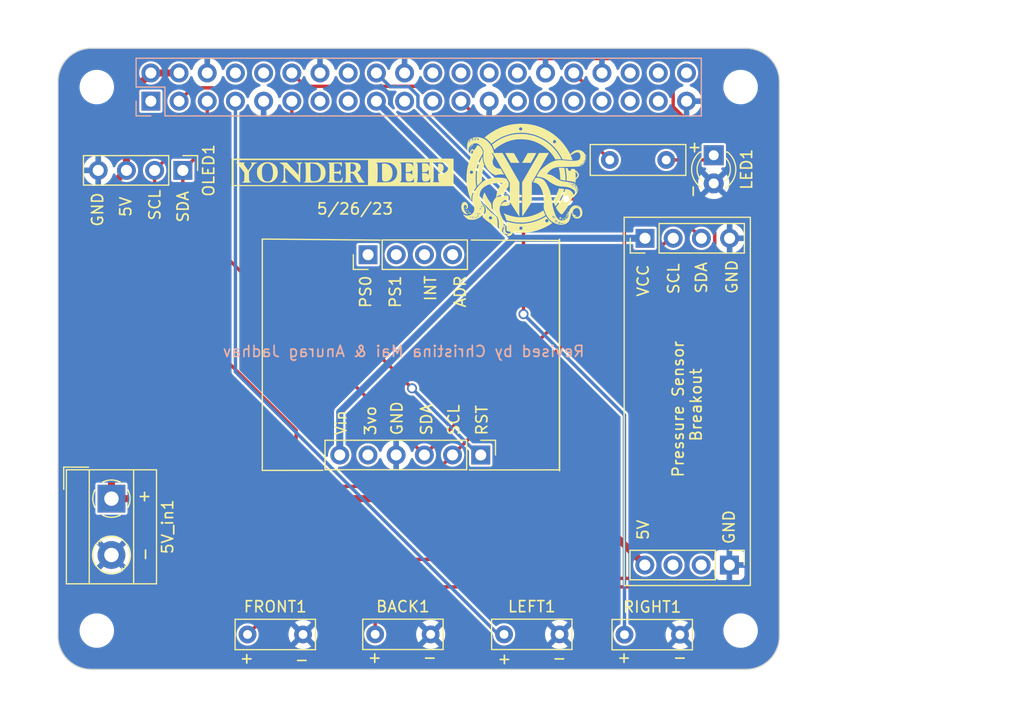
<source format=kicad_pcb>
(kicad_pcb (version 20211014) (generator pcbnew)
  (title_block (date "15 nov 2012"))
  (layers (0 "F.Cu" signal) (31 "B.Cu" signal) (34 "B.Paste" user) (35 "F.Paste" user) (36 "B.SilkS" user "B.Silkscreen") (37 "F.SilkS" user "F.Silkscreen") (38 "B.Mask" user) (39 "F.Mask" user) (44 "Edge.Cuts" user))
  (net 0 "")
  (net 1 "GND")
  (net 2 "Back_Motor")
  (net 3 "Front_Motor")
  (net 4 "IMU_RST")
  (net 5 "/GPIO[14]{slash}TXD0")
  (net 6 "/GPIO[15]{slash}RXD0")
  (net 7 "SCL1")
  (net 8 "SDA1")
  (net 10 "/GPIO[22]")
  (net 11 "/GPIO[23]")
  (net 12 "3.3V")
  (net 13 "/GPIO[10]{slash}SPI0.MOSI")
  (net 14 "/GPIO[9]{slash}SPI0.MISO")
  (net 15 "/GPIO[25]")
  (net 17 "/GPIO[8]{slash}SPI0.CE0")
  (net 18 "/GPIO[7]{slash}SPI0.CE1")
  (net 19 "/ID_SDA")
  (net 20 "/ID_SCL")
  (net 21 "/GPIO[5]")
  (net 22 "/GPIO[6]")
  (net 24 "/GPIO[13]{slash}PWM1")
  (net 25 "/GPIO[19]{slash}PCM.FS")
  (net 26 "/GPIO[16]")
  (net 27 "/GPIO[26]")
  (net 28 "/GPIO[20]{slash}PCM.DIN")
  (net 29 "/GPIO[21]{slash}PCM.DOUT")
  (net 32 "5V")
  (net 33 "/GPIO[27]")
  (net 34 "Right_Motor")
  (net 35 "LED_GPIO12")
  (net 38 "Left_Motor")
  (net 40 "Net-(LED1-Pad1)")
  (footprint "MountingHole:MountingHole_2.7mm_M2.5" (layer "F.Cu") (at 161.5 47.5)
    (fp_text reference "MH2" hide)
    (fp_text value "MountingHole_2.7mm_M2.5" hide)
    (pad "" np_thru_hole circle locked (at 0 0) (size 2.7 2.7) (drill 2.7) (layers *.Cu *.Mask))
  )
  (footprint "Resistor_THT:R_Box_L8.4mm_W2.5mm_P5.08mm" (layer "F.Cu") (at 149.72 54.07)
    (fp_text reference "Resistor1" hide)
    (fp_text value "R")
    (pad "1" thru_hole circle (at 0 0) (size 1.6 1.6) (drill 0.8) (layers *.Cu *.Mask) (net 35 "LED_GPIO12"))
    (pad "2" thru_hole circle (at 5.08 0) (size 1.6 1.6) (drill 0.8) (layers *.Cu *.Mask) (net 40 "Net-(LED1-Pad1)"))
  )
  (footprint "LED_THT:LED_D3.0mm" (layer "F.Cu") (at 159.08 53.645 -90)
    (fp_text reference "LED1" (at 1.27 -2.96 90) (layer "F.SilkS"))
    (fp_text value "Conn_01x02_Female" hide)
    (pad "1" thru_hole rect (at 0 0 270) (size 1.8 1.8) (drill 0.9) (layers *.Cu *.Mask) (net 40 "Net-(LED1-Pad1)"))
    (pad "2" thru_hole circle (at 2.54 0 270) (size 1.8 1.8) (drill 0.9) (layers *.Cu *.Mask) (net 1 "GND"))
  )
  (footprint "Capacitor_THT:C_Rect_L7.0mm_W2.5mm_P5.00mm" (layer "F.Cu") (at 151.04 96.87)
    (fp_text reference "RIGHT1" (at 2.5 -2.5) (layer "F.SilkS"))
    (fp_text value "Conn_01x02_Female" hide)
    (pad "1" thru_hole circle (at 0 0) (size 1.6 1.6) (drill 0.8) (layers *.Cu *.Mask) (net 34 "Right_Motor"))
    (pad "2" thru_hole circle (at 5 0) (size 1.6 1.6) (drill 0.8) (layers *.Cu *.Mask) (net 1 "GND"))
  )
  (footprint "Connector_PinHeader_2.54mm:PinHeader_1x04_P2.54mm_Vertical" (layer "F.Cu") (at 160.49 90.59 -90)
    (fp_text reference "Pressure_Sensor_Breakout_Left1" hide)
    (fp_text value "Conn_01x04_Female" hide)
    (pad "1" thru_hole rect (at 0 0 270) (size 1.7 1.7) (drill 1) (layers *.Cu *.Mask) (net 1 "GND"))
    (pad "2" thru_hole oval (at 0 2.54 270) (size 1.7 1.7) (drill 1) (layers *.Cu *.Mask))
    (pad "3" thru_hole oval (at 0 5.08 270) (size 1.7 1.7) (drill 1) (layers *.Cu *.Mask))
    (pad "4" thru_hole oval (at 0 7.62 270) (size 1.7 1.7) (drill 1) (layers *.Cu *.Mask) (net 32 "5V"))
  )
  (footprint "TerminalBlock_MetzConnect:TerminalBlock_MetzConnect_Type101_RT01602HBWC_1x02_P5.08mm_Horizontal" (layer "F.Cu") (at 104.82 84.605 -90)
    (fp_text reference "5V_in1" (at 2.54 -5.06 90) (layer "F.SilkS"))
    (fp_text value "Conn_01x02_Female" hide)
    (pad "1" thru_hole rect (at 0 0 270) (size 2.5 2.5) (drill 1.3) (layers *.Cu *.Mask) (net 32 "5V"))
    (pad "2" thru_hole circle (at 5.08 0 270) (size 2.5 2.5) (drill 1.3) (layers *.Cu *.Mask) (net 1 "GND"))
  )
  (footprint "LOGO" (layer "F.Cu") (at 141.82 55.73)
    (fp_text reference "G***" hide)
    (fp_text value "LOGO" hide)
  )
  (footprint "Connector_PinHeader_2.54mm:PinHeader_1x04_P2.54mm_Vertical" (layer "F.Cu") (at 127.94 62.612381 90)
    (fp_text reference "IMU_Right1" hide)
    (fp_text value "Conn_01x04_Female" hide)
    (pad "1" thru_hole rect (at 0 0 90) (size 1.7 1.7) (drill 1) (layers *.Cu *.Mask))
    (pad "2" thru_hole oval (at 0 2.54 90) (size 1.7 1.7) (drill 1) (layers *.Cu *.Mask))
    (pad "3" thru_hole oval (at 0 5.08 90) (size 1.7 1.7) (drill 1) (layers *.Cu *.Mask))
    (pad "4" thru_hole oval (at 0 7.62 90) (size 1.7 1.7) (drill 1) (layers *.Cu *.Mask))
  )
  (footprint "Capacitor_THT:C_Rect_L7.0mm_W2.5mm_P5.00mm" (layer "F.Cu") (at 140.19 96.84)
    (fp_text reference "LEFT1" (at 2.5 -2.5) (layer "F.SilkS"))
    (fp_text value "Conn_01x02_Female" hide)
    (pad "1" thru_hole circle (at 0 0) (size 1.6 1.6) (drill 0.8) (layers *.Cu *.Mask) (net 38 "Left_Motor"))
    (pad "2" thru_hole circle (at 5 0) (size 1.6 1.6) (drill 0.8) (layers *.Cu *.Mask) (net 1 "GND"))
  )
  (footprint "MountingHole:MountingHole_2.7mm_M2.5" (layer "F.Cu") (at 103.5 96.5)
    (fp_text reference "MH3" hide)
    (fp_text value "MountingHole_2.7mm_M2.5" hide)
    (pad "" np_thru_hole circle locked (at 0 0) (size 2.7 2.7) (drill 2.7) (layers *.Cu *.Mask))
  )
  (footprint "MountingHole:MountingHole_2.7mm_M2.5" (layer "F.Cu") (at 103.5 47.5)
    (fp_text reference "MH1" hide)
    (fp_text value "MountingHole_2.7mm_M2.5" hide)
    (pad "" np_thru_hole circle locked (at 0 0) (size 2.7 2.7) (drill 2.7) (layers *.Cu *.Mask))
  )
  (footprint "Capacitor_THT:C_Rect_L7.0mm_W2.5mm_P5.00mm" (layer "F.Cu") (at 117.08 96.85)
    (fp_text reference "FRONT1" (at 2.5 -2.5) (layer "F.SilkS"))
    (fp_text value "Conn_01x02_Female" hide)
    (pad "1" thru_hole circle (at 0 0) (size 1.6 1.6) (drill 0.8) (layers *.Cu *.Mask) (net 3 "Front_Motor"))
    (pad "2" thru_hole circle (at 5 0) (size 1.6 1.6) (drill 0.8) (layers *.Cu *.Mask) (net 1 "GND"))
  )
  (footprint "Capacitor_THT:C_Rect_L7.0mm_W2.5mm_P5.00mm" (layer "F.Cu") (at 128.58 96.84)
    (fp_text reference "BACK1" (at 2.5 -2.5) (layer "F.SilkS"))
    (fp_text value "Conn_01x02_Female" hide)
    (pad "1" thru_hole circle (at 0 0) (size 1.6 1.6) (drill 0.8) (layers *.Cu *.Mask) (net 2 "Back_Motor"))
    (pad "2" thru_hole circle (at 5 0) (size 1.6 1.6) (drill 0.8) (layers *.Cu *.Mask) (net 1 "GND"))
  )
  (footprint "Connector_PinHeader_2.54mm:PinHeader_1x04_P2.54mm_Vertical" (layer "F.Cu") (at 152.89 61.13 90)
    (fp_text reference "JPressure_Sensor_Breakout_Right1" hide)
    (fp_text value "Conn_01x04_Female" hide)
    (pad "1" thru_hole rect (at 0 0 90) (size 1.7 1.7) (drill 1) (layers *.Cu *.Mask) (net 12 "3.3V"))
    (pad "2" thru_hole oval (at 0 2.54 90) (size 1.7 1.7) (drill 1) (layers *.Cu *.Mask) (net 7 "SCL1"))
    (pad "3" thru_hole oval (at 0 5.08 90) (size 1.7 1.7) (drill 1) (layers *.Cu *.Mask) (net 8 "SDA1"))
    (pad "4" thru_hole oval (at 0 7.62 90) (size 1.7 1.7) (drill 1) (layers *.Cu *.Mask) (net 1 "GND"))
  )
  (footprint "MountingHole:MountingHole_2.7mm_M2.5" (layer "F.Cu") (at 161.5 96.5)
    (fp_text reference "MH4" hide)
    (fp_text value "MountingHole_2.7mm_M2.5" hide)
    (pad "" np_thru_hole circle locked (at 0 0) (size 2.7 2.7) (drill 2.7) (layers *.Cu *.Mask))
  )
  (footprint "Connector_PinHeader_2.54mm:PinHeader_1x04_P2.54mm_Vertical" (layer "F.Cu") (at 111.25 55.01 -90)
    (fp_text reference "OLED1" (at 0 -2.33 90) (layer "F.SilkS"))
    (fp_text value "Conn_01x04_Female" hide)
    (pad "1" thru_hole rect (at 0 0 270) (size 1.7 1.7) (drill 1) (layers *.Cu *.Mask) (net 8 "SDA1"))
    (pad "2" thru_hole oval (at 0 2.54 270) (size 1.7 1.7) (drill 1) (layers *.Cu *.Mask) (net 7 "SCL1"))
    (pad "3" thru_hole oval (at 0 5.08 270) (size 1.7 1.7) (drill 1) (layers *.Cu *.Mask) (net 32 "5V"))
    (pad "4" thru_hole oval (at 0 7.62 270) (size 1.7 1.7) (drill 1) (layers *.Cu *.Mask) (net 1 "GND"))
  )
  (footprint "Connector_PinHeader_2.54mm:PinHeader_1x06_P2.54mm_Vertical" (layer "F.Cu") (at 138.09 80.67 -90)
    (fp_text reference "IMU_Left1" hide)
    (fp_text value "Conn_01x06_Female" hide)
    (pad "1" thru_hole rect (at 0 0 270) (size 1.7 1.7) (drill 1) (layers *.Cu *.Mask) (net 4 "IMU_RST"))
    (pad "2" thru_hole oval (at 0 2.54 270) (size 1.7 1.7) (drill 1) (layers *.Cu *.Mask) (net 7 "SCL1"))
    (pad "3" thru_hole oval (at 0 5.08 270) (size 1.7 1.7) (drill 1) (layers *.Cu *.Mask) (net 8 "SDA1"))
    (pad "4" thru_hole oval (at 0 7.62 270) (size 1.7 1.7) (drill 1) (layers *.Cu *.Mask) (net 1 "GND"))
    (pad "5" thru_hole oval (at 0 10.16 270) (size 1.7 1.7) (drill 1) (layers *.Cu *.Mask))
    (pad "6" thru_hole oval (at 0 12.7 270) (size 1.7 1.7) (drill 1) (layers *.Cu *.Mask) (net 12 "3.3V"))
  )
  (footprint "LOGO" (layer "F.Cu") (at 125.622483 55.172482)
    (fp_text reference "G***" hide)
    (fp_text value "LOGO" hide)
  )
  (footprint "Connector_PinSocket_2.54mm:PinSocket_2x20_P2.54mm_Vertical" (layer "B.Cu") (at 108.37 48.77 -90)
    (fp_text reference "J1" hide)
    (fp_text value "GPIO")
    (pad "1" thru_hole rect locked (at 0 0 270) (size 1.7 1.7) (drill 1) (layers *.Cu *.Mask))
    (pad "2" thru_hole oval locked (at -2.54 0 270) (size 1.7 1.7) (drill 1) (layers *.Cu *.Mask) (net 32 "5V"))
    (pad "3" thru_hole oval locked (at 0 -2.54 270) (size 1.7 1.7) (drill 1) (layers *.Cu *.Mask) (net 8 "SDA1"))
    (pad "4" thru_hole oval locked (at -2.54 -2.54 270) (size 1.7 1.7) (drill 1) (layers *.Cu *.Mask) (net 32 "5V"))
    (pad "5" thru_hole oval locked (at 0 -5.08 270) (size 1.7 1.7) (drill 1) (layers *.Cu *.Mask) (net 7 "SCL1"))
    (pad "6" thru_hole oval locked (at -2.54 -5.08 270) (size 1.7 1.7) (drill 1) (layers *.Cu *.Mask) (net 1 "GND"))
    (pad "7" thru_hole oval locked (at 0 -7.62 270) (size 1.7 1.7) (drill 1) (layers *.Cu *.Mask) (net 38 "Left_Motor"))
    (pad "8" thru_hole oval locked (at -2.54 -7.62 270) (size 1.7 1.7) (drill 1) (layers *.Cu *.Mask) (net 5 "/GPIO[14]{slash}TXD0"))
    (pad "9" thru_hole oval locked (at 0 -10.16 270) (size 1.7 1.7) (drill 1) (layers *.Cu *.Mask) (net 1 "GND"))
    (pad "10" thru_hole oval locked (at -2.54 -10.16 270) (size 1.7 1.7) (drill 1) (layers *.Cu *.Mask) (net 6 "/GPIO[15]{slash}RXD0"))
    (pad "11" thru_hole oval locked (at 0 -12.7 270) (size 1.7 1.7) (drill 1) (layers *.Cu *.Mask) (net 4 "IMU_RST"))
    (pad "12" thru_hole oval locked (at -2.54 -12.7 270) (size 1.7 1.7) (drill 1) (layers *.Cu *.Mask) (net 2 "Back_Motor"))
    (pad "13" thru_hole oval locked (at 0 -15.24 270) (size 1.7 1.7) (drill 1) (layers *.Cu *.Mask) (net 33 "/GPIO[27]"))
    (pad "14" thru_hole oval locked (at -2.54 -15.24 270) (size 1.7 1.7) (drill 1) (layers *.Cu *.Mask) (net 1 "GND"))
    (pad "15" thru_hole oval locked (at 0 -17.78 270) (size 1.7 1.7) (drill 1) (layers *.Cu *.Mask) (net 10 "/GPIO[22]"))
    (pad "16" thru_hole oval locked (at -2.54 -17.78 270) (size 1.7 1.7) (drill 1) (layers *.Cu *.Mask) (net 11 "/GPIO[23]"))
    (pad "17" thru_hole oval locked (at 0 -20.32 270) (size 1.7 1.7) (drill 1) (layers *.Cu *.Mask) (net 12 "3.3V"))
    (pad "18" thru_hole oval locked (at -2.54 -20.32 270) (size 1.7 1.7) (drill 1) (layers *.Cu *.Mask) (net 3 "Front_Motor"))
    (pad "19" thru_hole oval locked (at 0 -22.86 270) (size 1.7 1.7) (drill 1) (layers *.Cu *.Mask) (net 13 "/GPIO[10]{slash}SPI0.MOSI"))
    (pad "20" thru_hole oval locked (at -2.54 -22.86 270) (size 1.7 1.7) (drill 1) (layers *.Cu *.Mask) (net 1 "GND"))
    (pad "21" thru_hole oval locked (at 0 -25.4 270) (size 1.7 1.7) (drill 1) (layers *.Cu *.Mask) (net 14 "/GPIO[9]{slash}SPI0.MISO"))
    (pad "22" thru_hole oval locked (at -2.54 -25.4 270) (size 1.7 1.7) (drill 1) (layers *.Cu *.Mask) (net 15 "/GPIO[25]"))
    (pad "23" thru_hole oval locked (at 0 -27.94 270) (size 1.7 1.7) (drill 1) (layers *.Cu *.Mask) (net 34 "Right_Motor"))
    (pad "24" thru_hole oval locked (at -2.54 -27.94 270) (size 1.7 1.7) (drill 1) (layers *.Cu *.Mask) (net 17 "/GPIO[8]{slash}SPI0.CE0"))
    (pad "25" thru_hole oval locked (at 0 -30.48 270) (size 1.7 1.7) (drill 1) (layers *.Cu *.Mask) (net 1 "GND"))
    (pad "26" thru_hole oval locked (at -2.54 -30.48 270) (size 1.7 1.7) (drill 1) (layers *.Cu *.Mask) (net 18 "/GPIO[7]{slash}SPI0.CE1"))
    (pad "27" thru_hole oval locked (at 0 -33.02 270) (size 1.7 1.7) (drill 1) (layers *.Cu *.Mask) (net 19 "/ID_SDA"))
    (pad "28" thru_hole oval locked (at -2.54 -33.02 270) (size 1.7 1.7) (drill 1) (layers *.Cu *.Mask) (net 20 "/ID_SCL"))
    (pad "29" thru_hole oval locked (at 0 -35.56 270) (size 1.7 1.7) (drill 1) (layers *.Cu *.Mask) (net 21 "/GPIO[5]"))
    (pad "30" thru_hole oval locked (at -2.54 -35.56 270) (size 1.7 1.7) (drill 1) (layers *.Cu *.Mask) (net 1 "GND"))
    (pad "31" thru_hole oval locked (at 0 -38.1 270) (size 1.7 1.7) (drill 1) (layers *.Cu *.Mask) (net 22 "/GPIO[6]"))
    (pad "32" thru_hole oval locked (at -2.54 -38.1 270) (size 1.7 1.7) (drill 1) (layers *.Cu *.Mask) (net 35 "LED_GPIO12"))
    (pad "33" thru_hole oval locked (at 0 -40.64 270) (size 1.7 1.7) (drill 1) (layers *.Cu *.Mask) (net 24 "/GPIO[13]{slash}PWM1"))
    (pad "34" thru_hole oval locked (at -2.54 -40.64 270) (size 1.7 1.7) (drill 1) (layers *.Cu *.Mask) (net 1 "GND"))
    (pad "35" thru_hole oval locked (at 0 -43.18 270) (size 1.7 1.7) (drill 1) (layers *.Cu *.Mask) (net 25 "/GPIO[19]{slash}PCM.FS"))
    (pad "36" thru_hole oval locked (at -2.54 -43.18 270) (size 1.7 1.7) (drill 1) (layers *.Cu *.Mask) (net 26 "/GPIO[16]"))
    (pad "37" thru_hole oval locked (at 0 -45.72 270) (size 1.7 1.7) (drill 1) (layers *.Cu *.Mask) (net 27 "/GPIO[26]"))
    (pad "38" thru_hole oval locked (at -2.54 -45.72 270) (size 1.7 1.7) (drill 1) (layers *.Cu *.Mask) (net 28 "/GPIO[20]{slash}PCM.DIN"))
    (pad "39" thru_hole oval locked (at 0 -48.26 270) (size 1.7 1.7) (drill 1) (layers *.Cu *.Mask) (net 1 "GND"))
    (pad "40" thru_hole oval locked (at -2.54 -48.26 270) (size 1.7 1.7) (drill 1) (layers *.Cu *.Mask) (net 29 "/GPIO[21]{slash}PCM.DOUT"))
  )
  (gr_line (start 118.41 61.227381) (end 118.41 82.057381) (layer "F.SilkS") (width 0.12))
  (gr_line (start 145.19 82.057381) (end 145.19 61.24) (layer "F.SilkS") (width 0.12))
  (gr_line (start 118.41 61.2) (end 129.04 61.3) (layer "F.SilkS") (width 0.12))
  (gr_rect (start 151.01 59.24) (end 162.38 92.44) (layer "F.SilkS") (width 0.12) (fill none))
  (gr_line (start 145.2 82.01) (end 137.06 82.02) (layer "F.SilkS") (width 0.12))
  (gr_line (start 145.18 61.22) (end 145.18 82.09) (layer "F.SilkS") (width 0.12))
  (gr_line (start 145.12 61.33) (end 137.24 61.29) (layer "F.SilkS") (width 0.12))
  (gr_line (start 118.41 82.057381) (end 123.87 82.05) (layer "F.SilkS") (width 0.12))
  (gr_arc (start 162 44) (mid 164.12132 44.87868) (end 165 47) (layer "Edge.Cuts") (width 0.1))
  (gr_line (start 165 97) (end 165 47) (layer "Edge.Cuts") (width 0.1))
  (gr_line (start 100 47) (end 100 63) (layer "Edge.Cuts") (width 0.1))
  (gr_line (start 100 63) (end 100 81) (layer "Edge.Cuts") (width 0.1))
  (gr_arc (start 103 100) (mid 100.87868 99.12132) (end 100 97) (layer "Edge.Cuts") (width 0.1))
  (gr_line (start 103 100) (end 162 100) (layer "Edge.Cuts") (width 0.1))
  (gr_arc (start 165 97) (mid 164.12132 99.12132) (end 162 100) (layer "Edge.Cuts") (width 0.1))
  (gr_arc (start 100 47) (mid 100.87868 44.87868) (end 103 44) (layer "Edge.Cuts") (width 0.1))
  (gr_line (start 100 81) (end 100 97) (layer "Edge.Cuts") (width 0.1))
  (gr_line (start 162 44) (end 103 44) (layer "Edge.Cuts") (width 0.1))
  (gr_text "Revised by Christina Mai & Anurag Jadhav" (at 131.14 71.33) (layer "B.SilkS") (effects (font (size 1 1)) (justify mirror)))
  (gr_text "GND\n" (at 160.72 64.61 90) (layer "F.SilkS") (effects (font (size 1 1))))
  (gr_text "PS1\n" (at 130.39 65.95619 90) (layer "F.SilkS") (effects (font (size 1 1))))
  (gr_text "SDA\n" (at 157.97 64.69 90) (layer "F.SilkS") (effects (font (size 1 1))))
  (gr_text "SCL\n" (at 108.73 58.13 90) (layer "F.SilkS") (effects (font (size 1 1))))
  (gr_text "5/26/23" (at 126.76 58.48) (layer "F.SilkS") (effects (font (size 1 1))))
  (gr_text "+" (at 128.54 98.91) (layer "F.SilkS") (effects (font (size 1 1))))
  (gr_text "GND\n" (at 103.57 58.54 90) (layer "F.SilkS") (effects (font (size 1 1))))
  (gr_text "RST\n" (at 138.19 77.53 90) (layer "F.SilkS") (effects (font (size 1 1))))
  (gr_text "+" (at 151 98.91) (layer "F.SilkS") (effects (font (size 1 1))))
  (gr_text "Vin\n" (at 125.49 77.768096 90) (layer "F.SilkS") (effects (font (size 1 1))))
  (gr_text "-" (at 107.82 89.62 90) (layer "F.SilkS") (effects (font (size 1 1))))
  (gr_text "-" (at 157.16 56.89 90) (layer "F.SilkS") (effects (font (size 1 1))))
  (gr_text "5V\n" (at 106.11 58.29 90) (layer "F.SilkS") (effects (font (size 1 1))))
  (gr_text "+" (at 107.8 84.34) (layer "F.SilkS") (effects (font (size 1 1))))
  (gr_text "-" (at 133.5 98.91) (layer "F.SilkS") (effects (font (size 1 1))))
  (gr_text "SDA\n" (at 111.27 58.29 90) (layer "F.SilkS") (effects (font (size 1 1))))
  (gr_text "+" (at 140.22 99.03) (layer "F.SilkS") (effects (font (size 1 1))))
  (gr_text "-" (at 145.17 98.98) (layer "F.SilkS") (effects (font (size 1 1))))
  (gr_text "GND\n" (at 130.54 77.363334 90) (layer "F.SilkS") (effects (font (size 1 1))))
  (gr_text "-" (at 156.03 98.91) (layer "F.SilkS") (effects (font (size 1 1))))
  (gr_text "INT\n" (at 133.57 65.646666 90) (layer "F.SilkS") (effects (font (size 1 1))))
  (gr_text "VCC\n" (at 152.72 64.95 90) (layer "F.SilkS") (effects (font (size 1 1))))
  (gr_text "-" (at 121.97 99.12) (layer "F.SilkS") (effects (font (size 1 1))))
  (gr_text "SCL\n" (at 155.47 64.78 90) (layer "F.SilkS") (effects (font (size 1 1))))
  (gr_text "SDA\n" (at 133.21 77.482381 90) (layer "F.SilkS") (effects (font (size 1 1))))
  (gr_text "GND\n" (at 160.46 87.17 90) (layer "F.SilkS") (effects (font (size 1 1))))
  (gr_text "ADR\n" (at 136.24 65.932381 90) (layer "F.SilkS") (effects (font (size 1 1))))
  (gr_text "+" (at 117.01 98.98) (layer "F.SilkS") (effects (font (size 1 1))))
  (gr_text "3vo\n" (at 128.16 77.577619 90) (layer "F.SilkS") (effects (font (size 1 1))))
  (gr_text "5V\n" (at 152.72 87.42 90) (layer "F.SilkS") (effects (font (size 1 1))))
  (gr_text "PS0\n" (at 127.72 65.95619 90) (layer "F.SilkS") (effects (font (size 1 1))))
  (gr_text "+" (at 157.35 52.88) (layer "F.SilkS") (effects (font (size 1 1))))
  (gr_text "SCL\n" (at 135.66 77.506191 90) (layer "F.SilkS") (effects (font (size 1 1))))
  (gr_text "Pressure Sensor \nBreakout" (at 156.68 76.15 90) (layer "F.SilkS") (effects (font (size 1 1))))
  (segment (start 155.140451 92.56) (end 129.1 92.56) (width 0.3048) (layer "F.Cu") (net 2))
  (segment (start 128.58 96.84) (end 128.58 93.08) (width 0.3048) (layer "F.Cu") (net 2))
  (segment (start 138.449549 44.93) (end 154.490451 44.93) (width 0.3048) (layer "F.Cu") (net 2))
  (segment (start 154.490451 44.93) (end 155.4276 45.867149) (width 0.3048) (layer "F.Cu") (net 2))
  (segment (start 162.55 82.2248) (end 155.908051 88.866749) (width 0.3048) (layer "F.Cu") (net 2))
  (segment (start 161.42 58.493838) (end 162.55 59.623838) (width 0.3048) (layer "F.Cu") (net 2))
  (segment (start 137.5124 45.867149) (end 138.449549 44.93) (width 0.3048) (layer "F.Cu") (net 2))
  (segment (start 156.6124 90.091949) (end 156.6124 91.088051) (width 0.3048) (layer "F.Cu") (net 2))
  (segment (start 155.4276 45.867149) (end 155.4276 49.268051) (width 0.3048) (layer "F.Cu") (net 2))
  (segment (start 137.5124 46.728051) (end 137.5124 45.867149) (width 0.3048) (layer "F.Cu") (net 2))
  (segment (start 159.951945 52.012145) (end 161.42 53.4802) (width 0.3048) (layer "F.Cu") (net 2))
  (segment (start 155.4276 49.268051) (end 158.171694 52.012145) (width 0.3048) (layer "F.Cu") (net 2))
  (segment (start 161.42 53.4802) (end 161.42 58.493838) (width 0.3048) (layer "F.Cu") (net 2))
  (segment (start 128.58 93.08) (end 129.11 92.55) (width 0.3048) (layer "F.Cu") (net 2))
  (segment (start 122.2724 47.4324) (end 136.808051 47.4324) (width 0.3048) (layer "F.Cu") (net 2))
  (segment (start 162.55 59.623838) (end 162.55 82.2248) (width 0.3048) (layer "F.Cu") (net 2))
  (segment (start 155.908051 88.866749) (end 155.908051 89.3876) (width 0.3048) (layer "F.Cu") (net 2))
  (segment (start 155.908051 89.3876) (end 156.6124 90.091949) (width 0.3048) (layer "F.Cu") (net 2))
  (segment (start 156.6124 91.088051) (end 155.140451 92.56) (width 0.3048) (layer "F.Cu") (net 2))
  (segment (start 136.808051 47.4324) (end 137.5124 46.728051) (width 0.3048) (layer "F.Cu") (net 2))
  (segment (start 121.07 46.23) (end 122.2724 47.4324) (width 0.3048) (layer "F.Cu") (net 2))
  (segment (start 158.171694 52.012145) (end 159.951945 52.012145) (width 0.3048) (layer "F.Cu") (net 2))
  (segment (start 123.85 90.08) (end 147.44 90.08) (width 0.3048) (layer "F.Cu") (net 3))
  (segment (start 147.44 90.08) (end 149.1524 91.7924) (width 0.3048) (layer "F.Cu") (net 3))
  (segment (start 149.1524 91.7924) (end 153.368051 91.7924) (width 0.3048) (layer "F.Cu") (net 3))
  (segment (start 117.08 96.85) (end 123.85 90.08) (width 0.3048) (layer "F.Cu") (net 3))
  (segment (start 153.368051 91.7924) (end 154.2076 90.952851) (width 0.3048) (layer "F.Cu") (net 3))
  (segment (start 159.1724 60.6024) (end 156.15 57.58) (width 0.3048) (layer "F.Cu") (net 3))
  (segment (start 159.1724 61.628051) (end 159.1724 60.6024) (width 0.3048) (layer "F.Cu") (net 3))
  (segment (start 156.15 57.58) (end 145.77 57.58) (width 0.3048) (layer "F.Cu") (net 3))
  (segment (start 154.2076 90.952851) (end 154.2076 66.592851) (width 0.3048) (layer "F.Cu") (net 3))
  (segment (start 154.2076 66.592851) (end 159.1724 61.628051) (width 0.3048) (layer "F.Cu") (net 3))
  (via (at 145.77 57.58) (size 0.9) (drill 0.6) (layers "F.Cu" "B.Cu") (net 3))
  (segment (start 140.744349 57.58) (end 132.4324 49.268051) (width 0.3048) (layer "B.Cu") (net 3))
  (segment (start 132.4324 49.268051) (end 132.4324 48.271949) (width 0.3048) (layer "B.Cu") (net 3))
  (segment (start 132.4324 48.271949) (end 131.630451 47.47) (width 0.3048) (layer "B.Cu") (net 3))
  (segment (start 131.630451 47.47) (end 129.93 47.47) (width 0.3048) (layer "B.Cu") (net 3))
  (segment (start 145.77 57.58) (end 140.744349 57.58) (width 0.3048) (layer "B.Cu") (net 3))
  (segment (start 129.93 47.47) (end 128.69 46.23) (width 0.3048) (layer "B.Cu") (net 3))
  (segment (start 121.07 63.83) (end 131.9 74.66) (width 0.3048) (layer "F.Cu") (net 4))
  (segment (start 121.07 48.77) (end 121.07 63.83) (width 0.3048) (layer "F.Cu") (net 4))
  (via (at 131.9 74.66) (size 0.9) (drill 0.6) (layers "F.Cu" "B.Cu") (net 4))
  (segment (start 131.9 74.66) (end 137.91 80.67) (width 0.3048) (layer "B.Cu") (net 4))
  (segment (start 137.91 80.67) (end 138.09 80.67) (width 0.3048) (layer "B.Cu") (net 4))
  (segment (start 132.72 83.5) (end 135.55 80.67) (width 0.3048) (layer "F.Cu") (net 7))
  (segment (start 108.71 55.01) (end 113.45 50.27) (width 0.3048) (layer "F.Cu") (net 7))
  (segment (start 108.71 55.01) (end 108.71 65.690451) (width 0.3048) (layer "F.Cu") (net 7))
  (segment (start 108.71 65.690451) (end 121.46 78.440451) (width 0.3048) (layer "F.Cu") (net 7))
  (segment (start 121.46 78.440451) (end 121.46 81.73) (width 0.3048) (layer "F.Cu") (net 7))
  (segment (start 113.45 50.27) (end 113.45 48.77) (width 0.3048) (layer "F.Cu") (net 7))
  (segment (start 135.55 80.67) (end 155.09 61.13) (width 0.3048) (layer "F.Cu") (net 7))
  (segment (start 155.09 61.13) (end 155.43 61.13) (width 0.3048) (layer "F.Cu") (net 7))
  (segment (start 123.23 83.5) (end 132.72 83.5) (width 0.3048) (layer "F.Cu") (net 7))
  (segment (start 121.46 81.73) (end 123.23 83.5) (width 0.3048) (layer "F.Cu") (net 7))
  (segment (start 110.91 48.77) (end 112.1124 47.5676) (width 0.3048) (layer "F.Cu") (net 8))
  (segment (start 114.6524 51.6076) (end 111.25 55.01) (width 0.3048) (layer "F.Cu") (net 8))
  (segment (start 155.89 59.05) (end 157.97 61.13) (width 0.3048) (layer "F.Cu") (net 8))
  (segment (start 111.25 55.01) (end 111.25 58.91) (width 0.3048) (layer "F.Cu") (net 8))
  (segment (start 151.03 59.05) (end 155.89 59.05) (width 0.3048) (layer "F.Cu") (net 8))
  (segment (start 113.948051 47.5676) (end 114.6524 48.271949) (width 0.3048) (layer "F.Cu") (net 8))
  (segment (start 133.01 80.67) (end 151.03 62.65) (width 0.3048) (layer "F.Cu") (net 8))
  (segment (start 151.03 62.65) (end 151.03 59.05) (width 0.3048) (layer "F.Cu") (net 8))
  (segment (start 111.25 58.91) (end 133.01 80.67) (width 0.3048) (layer "F.Cu") (net 8))
  (segment (start 114.6524 48.271949) (end 114.6524 51.6076) (width 0.3048) (layer "F.Cu") (net 8))
  (segment (start 112.1124 47.5676) (end 113.948051 47.5676) (width 0.3048) (layer "F.Cu") (net 8))
  (segment (start 125.39 80.67) (end 125.39 76.79) (width 0.635) (layer "B.Cu") (net 12))
  (segment (start 128.69 48.77) (end 141.05 61.13) (width 0.635) (layer "B.Cu") (net 12))
  (segment (start 152.89 61.13) (end 141.05 61.13) (width 0.635) (layer "B.Cu") (net 12))
  (segment (start 125.39 76.79) (end 141.05 61.13) (width 0.635) (layer "B.Cu") (net 12))
  (segment (start 104.82 56.36) (end 106.17 55.01) (width 0.635) (layer "F.Cu") (net 32))
  (segment (start 107.0025 47.5975) (end 108.37 46.23) (width 0.635) (layer "F.Cu") (net 32))
  (segment (start 108.37 46.23) (end 110.91 46.23) (width 0.635) (layer "F.Cu") (net 32))
  (segment (start 106.17 55.01) (end 106.17 51.36) (width 0.635) (layer "F.Cu") (net 32))
  (segment (start 107.0025 50.5275) (end 107.0025 47.5975) (width 0.635) (layer "F.Cu") (net 32))
  (segment (start 146.885 84.605) (end 152.87 90.59) (width 0.635) (layer "F.Cu") (net 32))
  (segment (start 104.82 84.605) (end 146.885 84.605) (width 0.635) (layer "F.Cu") (net 32))
  (segment (start 106.17 51.36) (end 107.0025 50.5275) (width 0.635) (layer "F.Cu") (net 32))
  (segment (start 104.82 84.605) (end 104.82 56.36) (width 0.635) (layer "F.Cu") (net 32))
  (segment (start 136.31 48.77) (end 141.94 54.4) (width 0.3048) (layer "F.Cu") (net 34))
  (segment (start 141.94 54.4) (end 141.94 67.97) (width 0.3048) (layer "F.Cu") (net 34))
  (via (at 141.94 67.97) (size 0.9) (drill 0.6) (layers "F.Cu" "B.Cu") (net 34))
  (segment (start 141.94 67.97) (end 151.04 77.07) (width 0.3048) (layer "B.Cu") (net 34))
  (segment (start 151.04 77.07) (end 151.04 96.87) (width 0.3048) (layer "B.Cu") (net 34))
  (segment (start 147.75 51.25) (end 147.75 52.1) (width 0.3048) (layer "F.Cu") (net 35))
  (segment (start 147.75 52.1) (end 149.72 54.07) (width 0.3048) (layer "F.Cu") (net 35))
  (segment (start 147.74 47.5) (end 147.74 51.24) (width 0.3048) (layer "F.Cu") (net 35))
  (segment (start 146.47 46.23) (end 147.74 47.5) (width 0.3048) (layer "F.Cu") (net 35))
  (segment (start 147.74 51.24) (end 147.75 51.25) (width 0.3048) (layer "F.Cu") (net 35))
  (segment (start 139.66 96.84) (end 140.19 96.84) (width 0.3048) (layer "B.Cu") (net 38))
  (segment (start 115.99 48.77) (end 115.99 73.17) (width 0.3048) (layer "B.Cu") (net 38))
  (segment (start 115.99 73.17) (end 139.66 96.84) (width 0.3048) (layer "B.Cu") (net 38))
  (segment (start 158.655 54.07) (end 159.08 53.645) (width 0.3048) (layer "F.Cu") (net 40))
  (segment (start 154.8 54.07) (end 158.655 54.07) (width 0.3048) (layer "F.Cu") (net 40))
  (zone (net 1) (net_name "GND") (layer "B.Cu") (name "GND") (connect_pads (clearance 0)) (min_thickness 0.254) (fill yes (thermal_gap 0.508) (thermal_bridge_width 0.508))
    (polygon (pts (xy 172.47 102.46) (xy 96.49 103.23) (xy 94.78 40.34) (xy 170.54 41.2) (xy 171.57 39.65)))
  )
)
</source>
